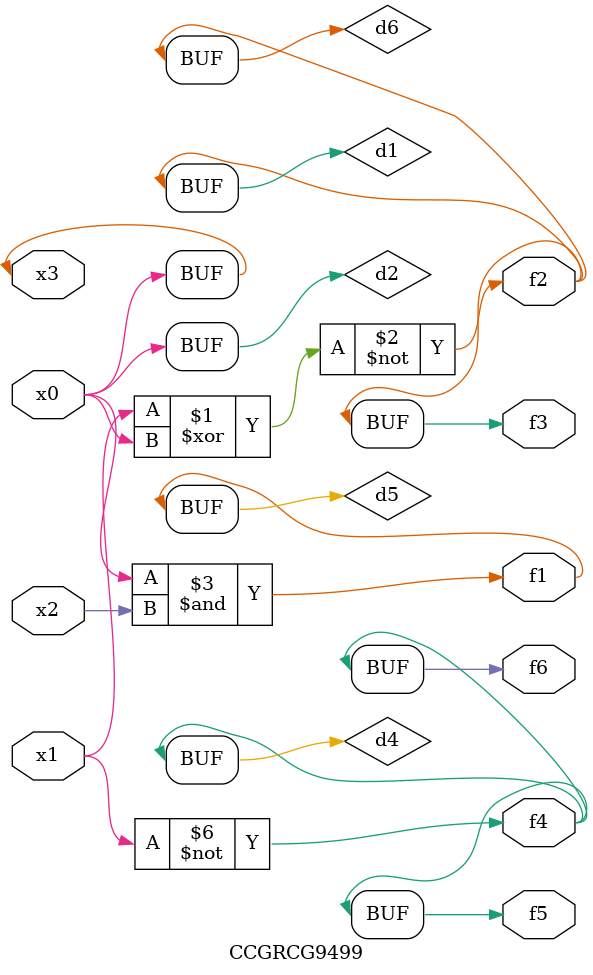
<source format=v>
module CCGRCG9499(
	input x0, x1, x2, x3,
	output f1, f2, f3, f4, f5, f6
);

	wire d1, d2, d3, d4, d5, d6;

	xnor (d1, x1, x3);
	buf (d2, x0, x3);
	nand (d3, x0, x2);
	not (d4, x1);
	nand (d5, d3);
	or (d6, d1);
	assign f1 = d5;
	assign f2 = d6;
	assign f3 = d6;
	assign f4 = d4;
	assign f5 = d4;
	assign f6 = d4;
endmodule

</source>
